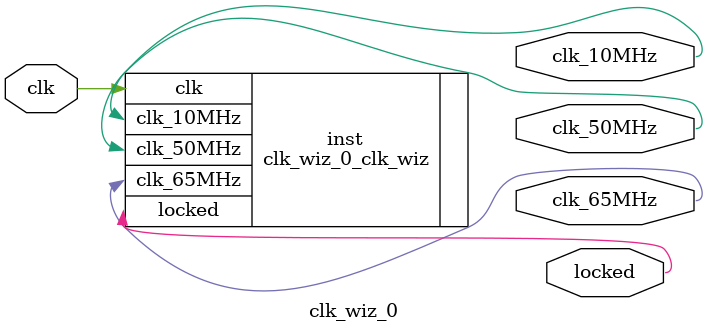
<source format=v>


`timescale 1ps/1ps

(* CORE_GENERATION_INFO = "clk_wiz_0,clk_wiz_v6_0_9_0_0,{component_name=clk_wiz_0,use_phase_alignment=true,use_min_o_jitter=false,use_max_i_jitter=false,use_dyn_phase_shift=false,use_inclk_switchover=false,use_dyn_reconfig=false,enable_axi=0,feedback_source=FDBK_AUTO,PRIMITIVE=MMCM,num_out_clk=3,clkin1_period=10.000,clkin2_period=10.000,use_power_down=false,use_reset=false,use_locked=true,use_inclk_stopped=false,feedback_type=SINGLE,CLOCK_MGR_TYPE=NA,manual_override=false}" *)

module clk_wiz_0 
 (
  // Clock out ports
  output        clk_65MHz,
  output        clk_50MHz,
  output        clk_10MHz,
  // Status and control signals
  output        locked,
 // Clock in ports
  input         clk
 );

  clk_wiz_0_clk_wiz inst
  (
  // Clock out ports  
  .clk_65MHz(clk_65MHz),
  .clk_50MHz(clk_50MHz),
  .clk_10MHz(clk_10MHz),
  // Status and control signals               
  .locked(locked),
 // Clock in ports
  .clk(clk)
  );

endmodule

</source>
